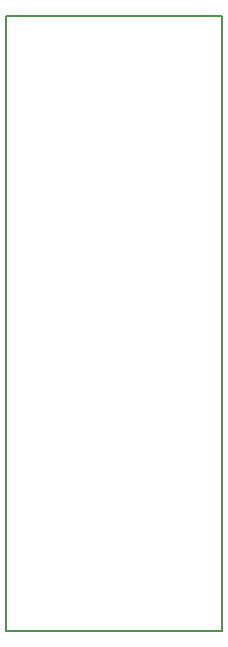
<source format=gm1>
G04 #@! TF.GenerationSoftware,KiCad,Pcbnew,5.0.2+dfsg1-1~bpo9+1*
G04 #@! TF.CreationDate,2019-06-18T09:36:45+01:00*
G04 #@! TF.ProjectId,t84opti,7438346f-7074-4692-9e6b-696361645f70,rev?*
G04 #@! TF.SameCoordinates,Original*
G04 #@! TF.FileFunction,Profile,NP*
%FSLAX46Y46*%
G04 Gerber Fmt 4.6, Leading zero omitted, Abs format (unit mm)*
G04 Created by KiCad (PCBNEW 5.0.2+dfsg1-1~bpo9+1) date Tue 18 Jun 2019 09:36:45 IST*
%MOMM*%
%LPD*%
G01*
G04 APERTURE LIST*
%ADD10C,0.150000*%
G04 APERTURE END LIST*
D10*
X130556000Y-82550000D02*
X130556000Y-30480000D01*
X148844000Y-82550000D02*
X130556000Y-82550000D01*
X148844000Y-30480000D02*
X148844000Y-82550000D01*
X130556000Y-30480000D02*
X148844000Y-30480000D01*
M02*

</source>
